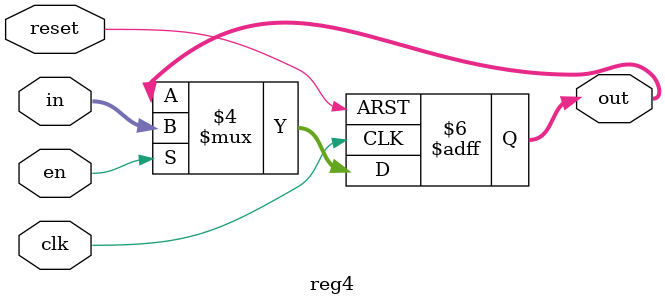
<source format=sv>
module datapath(input slow_clock, input fast_clock, input resetb,
                input load_pcard1, input load_pcard2, input load_pcard3,
                input load_dcard1, input load_dcard2, input load_dcard3,
                output [3:0] pcard3_out,
                output [3:0] pscore_out, output [3:0] dscore_out,
                output[6:0] HEX5, output[6:0] HEX4, output[6:0] HEX3,
                output[6:0] HEX2, output[6:0] HEX1, output[6:0] HEX0);
						
// The code describing your datapath will go here.  Your datapath 
// will hierarchically instantiate six card7seg blocks, two scorehand
// blocks, and a dealcard block.  The registers may either be instatiated
// or included as sequential always blocks directly in this file.
//
// Follow the block diagram in the Lab 1 handout closely as you write this code.

    logic [3:0] new_card;
	logic [3:0] pcard1_out, pcard2_out, dcard1_out, dcard2_out, dcard3_out;
	
	dealcard DealCard_INS(.clock(fast_clock), .resetb(resetb), .new_card(new_card));
	
	reg4 PCard1(.clk(slow_clock), .en(load_pcard1), .reset(resetb), .in(new_card), .out(pcard1_out));
	reg4 PCard2(.clk(slow_clock), .en(load_pcard2), .reset(resetb), .in(new_card), .out(pcard2_out));
	reg4 PCard3(.clk(slow_clock), .en(load_pcard3), .reset(resetb), .in(new_card), .out(pcard3_out));
	reg4 DCard1(.clk(slow_clock), .en(load_dcard1), .reset(resetb), .in(new_card), .out(dcard1_out));
	reg4 DCard2(.clk(slow_clock), .en(load_dcard2), .reset(resetb), .in(new_card), .out(dcard2_out));
	reg4 DCard3(.clk(slow_clock), .en(load_dcard3), .reset(resetb), .in(new_card), .out(dcard3_out));
	
	card7seg Card7Seg_INS0(.card(pcard1_out), .seg7(HEX0));
	card7seg Card7Seg_INS1(.card(pcard2_out), .seg7(HEX1));
	card7seg Card7Seg_INS2(.card(pcard3_out), .seg7(HEX2));
	card7seg Card7Seg_INS3(.card(dcard1_out), .seg7(HEX3));
	card7seg Card7Seg_INS4(.card(dcard2_out), .seg7(HEX4));
	card7seg Card7Seg_INS5(.card(dcard3_out), .seg7(HEX5));
	
	scorehand ScoreHand_INSP(.card1(pcard1_out), .card2(pcard2_out), .card3(pcard3_out), .total(pscore_out));
	scorehand ScoreHand_INSD(.card1(dcard1_out), .card2(dcard2_out), .card3(dcard3_out), .total(dscore_out));

endmodule

module reg4(input clk, input en, input reset,
				input [3:0] in, output logic [3:0] out);
	
	always_ff @(posedge clk or negedge reset) begin
		if(reset == 0)
			out <= 0;
		else
			if(en)
				out <= in;
			else
				out <= out;
	end
	
endmodule

</source>
